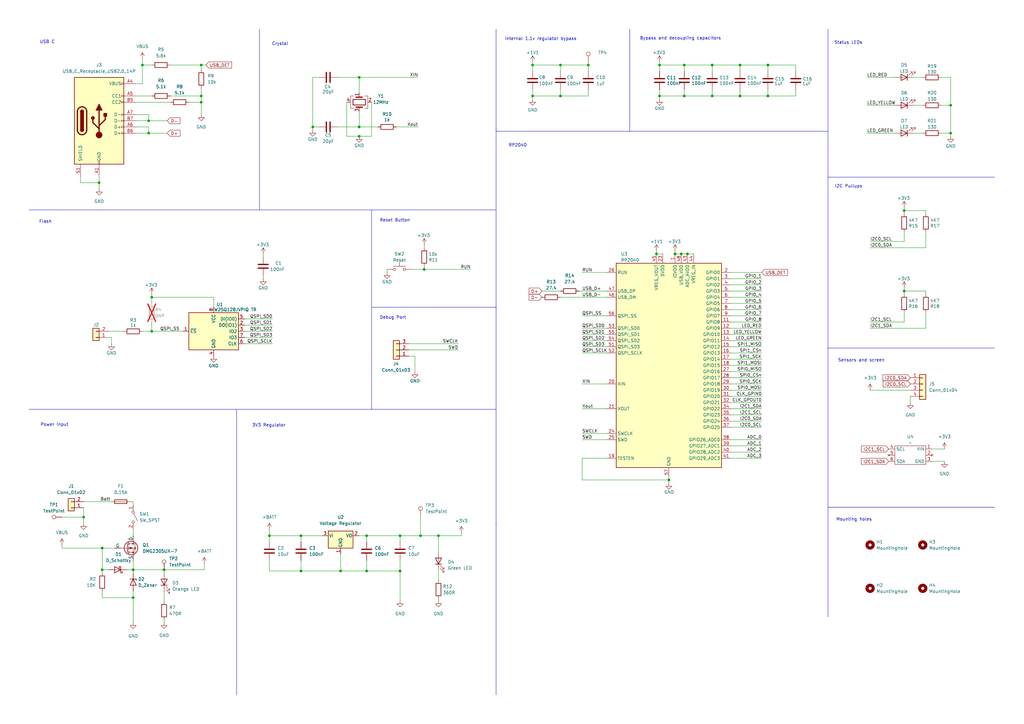
<source format=kicad_sch>
(kicad_sch (version 20231120) (generator "eeschema") (generator_version "8.0")
  (paper "A3")
  (title_block (title "Tutorial Board") (company "UC Aerospace") (comment 1 "Drawn by Grayson Fenemor"))
  (junction (at 172.466 219.71))
  (junction (at 270.51 39.37))
  (junction (at 274.32 196.85))
  (junction (at 241.3 26.67))
  (junction (at 110.49 219.71))
  (junction (at 123.444 219.71))
  (junction (at 54.61 233.68))
  (junction (at 218.44 26.67))
  (junction (at 41.91 233.68))
  (junction (at 229.87 39.37))
  (junction (at 123.444 234.188))
  (junction (at 34.29 212.09))
  (junction (at 370.84 86.36))
  (junction (at 128.27 52.07))
  (junction (at 314.96 39.37))
  (junction (at 164.084 234.188))
  (junction (at 58.42 26.67))
  (junction (at 314.96 26.67))
  (junction (at 292.1 39.37))
  (junction (at 218.44 39.37))
  (junction (at 270.51 26.67))
  (junction (at 292.1 26.67))
  (junction (at 164.084 219.71))
  (junction (at 147.32 52.07))
  (junction (at 280.67 26.67))
  (junction (at 62.23 135.89))
  (junction (at 82.55 39.37))
  (junction (at 41.91 224.79))
  (junction (at 62.23 121.92))
  (junction (at 60.96 49.53))
  (junction (at 54.61 245.11))
  (junction (at 280.67 39.37))
  (junction (at 147.32 31.75))
  (junction (at 303.53 39.37))
  (junction (at 303.53 26.67))
  (junction (at 179.832 219.71))
  (junction (at 147.32 55.88))
  (junction (at 389.89 54.61))
  (junction (at 389.89 43.18))
  (junction (at 82.55 41.91))
  (junction (at 139.7 234.188))
  (junction (at 370.84 119.38))
  (junction (at 173.99 110.49))
  (junction (at 269.24 104.14))
  (junction (at 150.368 219.71))
  (junction (at 82.55 26.67))
  (junction (at 40.64 74.93))
  (junction (at 281.94 104.14))
  (junction (at 279.4 104.14))
  (junction (at 60.96 54.61))
  (junction (at 150.368 234.188))
  (junction (at 229.87 26.67))
  (junction (at 67.31 233.68))
  (junction (at 276.86 104.14))
  (wire (pts (xy 238.76 157.48) (xy 248.92 157.48)))
  (polyline (pts (xy 152.4 86.106) (xy 152.4 167.894)))
  (wire (pts (xy 123.444 234.188) (xy 139.7 234.188)))
  (wire (pts (xy 139.7 234.188) (xy 150.368 234.188)))
  (polyline (pts (xy 11.938 167.894) (xy 152.4 167.894)))
  (wire (pts (xy 229.87 26.67) (xy 229.87 29.21)))
  (wire (pts (xy 299.72 182.88) (xy 312.42 182.88)))
  (wire (pts (xy 299.72 144.78) (xy 312.42 144.78)))
  (polyline (pts (xy 203.454 52.832) (xy 203.454 53.848)))
  (wire (pts (xy 147.32 55.88) (xy 152.4 55.88)))
  (wire (pts (xy 299.72 157.48) (xy 312.42 157.48)))
  (wire (pts (xy 292.1 39.37) (xy 303.53 39.37)))
  (wire (pts (xy 379.73 128.27) (xy 379.73 134.62)))
  (wire (pts (xy 270.51 26.67) (xy 270.51 29.21)))
  (wire (pts (xy 147.32 45.72) (xy 147.32 52.07)))
  (wire (pts (xy 67.31 233.68) (xy 67.31 234.95)))
  (wire (pts (xy 128.27 52.07) (xy 128.27 53.34)))
  (wire (pts (xy 292.1 26.67) (xy 280.67 26.67)))
  (wire (pts (xy 299.72 111.76) (xy 312.42 111.76)))
  (wire (pts (xy 269.24 104.14) (xy 271.78 104.14)))
  (wire (pts (xy 356.87 134.62) (xy 379.73 134.62)))
  (wire (pts (xy 82.55 41.91) (xy 82.55 46.99)))
  (wire (pts (xy 34.29 205.74) (xy 45.72 205.74)))
  (polyline (pts (xy 339.598 72.644) (xy 407.924 72.644)))
  (wire (pts (xy 111.76 130.81) (xy 100.33 130.81)))
  (wire (pts (xy 110.49 229.87) (xy 110.49 234.188)))
  (wire (pts (xy 123.444 219.71) (xy 132.08 219.71)))
  (wire (pts (xy 111.76 133.35) (xy 100.33 133.35)))
  (wire (pts (xy 299.72 162.56) (xy 312.42 162.56)))
  (wire (pts (xy 270.51 25.4) (xy 270.51 26.67)))
  (wire (pts (xy 54.61 219.71) (xy 54.61 217.17)))
  (wire (pts (xy 147.32 219.71) (xy 150.368 219.71)))
  (wire (pts (xy 355.6 43.18) (xy 367.03 43.18)))
  (wire (pts (xy 299.72 185.42) (xy 312.42 185.42)))
  (wire (pts (xy 164.084 222.25) (xy 164.084 219.71)))
  (wire (pts (xy 299.72 137.16) (xy 312.42 137.16)))
  (wire (pts (xy 229.87 26.67) (xy 241.3 26.67)))
  (wire (pts (xy 60.96 49.53) (xy 55.88 49.53)))
  (wire (pts (xy 58.42 34.29) (xy 55.88 34.29)))
  (wire (pts (xy 167.64 143.51) (xy 187.96 143.51)))
  (wire (pts (xy 150.368 219.71) (xy 164.084 219.71)))
  (polyline (pts (xy 203.454 11.938) (xy 203.454 53.086)))
  (wire (pts (xy 52.07 233.68) (xy 54.61 233.68)))
  (wire (pts (xy 374.65 43.18) (xy 378.46 43.18)))
  (wire (pts (xy 314.96 39.37) (xy 326.39 39.37)))
  (wire (pts (xy 299.72 165.1) (xy 312.42 165.1)))
  (wire (pts (xy 128.27 31.75) (xy 128.27 52.07)))
  (wire (pts (xy 158.75 111.76) (xy 158.75 110.49)))
  (wire (pts (xy 299.72 160.02) (xy 312.42 160.02)))
  (wire (pts (xy 54.61 233.68) (xy 67.31 233.68)))
  (wire (pts (xy 33.02 74.93) (xy 40.64 74.93)))
  (polyline (pts (xy 203.454 214.63) (xy 203.454 284.988)))
  (wire (pts (xy 299.72 175.26) (xy 312.42 175.26)))
  (wire (pts (xy 168.91 110.49) (xy 173.99 110.49)))
  (wire (pts (xy 238.76 111.76) (xy 248.92 111.76)))
  (wire (pts (xy 172.466 219.71) (xy 179.832 219.71)))
  (wire (pts (xy 53.34 205.74) (xy 54.61 205.74)))
  (wire (pts (xy 34.29 208.28) (xy 34.29 212.09)))
  (wire (pts (xy 171.45 52.07) (xy 162.56 52.07)))
  (wire (pts (xy 299.72 116.84) (xy 312.42 116.84)))
  (polyline (pts (xy 152.4 167.894) (xy 203.454 167.894)))
  (wire (pts (xy 387.35 189.23) (xy 382.27 189.23)))
  (wire (pts (xy 67.31 242.57) (xy 67.31 246.634)))
  (wire (pts (xy 314.96 36.83) (xy 314.96 39.37)))
  (wire (pts (xy 299.72 142.24) (xy 312.42 142.24)))
  (wire (pts (xy 379.73 86.36) (xy 370.84 86.36)))
  (wire (pts (xy 326.39 36.83) (xy 326.39 39.37)))
  (wire (pts (xy 280.67 26.67) (xy 280.67 29.21)))
  (wire (pts (xy 355.6 31.75) (xy 367.03 31.75)))
  (wire (pts (xy 147.32 52.07) (xy 154.94 52.07)))
  (wire (pts (xy 25.4 224.79) (xy 41.91 224.79)))
  (wire (pts (xy 54.61 245.11) (xy 54.61 255.27)))
  (wire (pts (xy 379.73 86.36) (xy 379.73 87.63)))
  (wire (pts (xy 276.86 104.14) (xy 279.4 104.14)))
  (wire (pts (xy 150.368 222.25) (xy 150.368 219.71)))
  (wire (pts (xy 44.45 135.89) (xy 50.8 135.89)))
  (wire (pts (xy 55.88 46.99) (xy 60.96 46.99)))
  (wire (pts (xy 379.73 119.38) (xy 379.73 120.65)))
  (wire (pts (xy 111.76 135.89) (xy 100.33 135.89)))
  (wire (pts (xy 229.87 36.83) (xy 229.87 39.37)))
  (wire (pts (xy 152.4 41.91) (xy 152.4 55.88)))
  (wire (pts (xy 299.72 134.62) (xy 312.42 134.62)))
  (polyline (pts (xy 258.318 11.938) (xy 258.318 53.848)))
  (wire (pts (xy 274.32 198.12) (xy 274.32 196.85)))
  (wire (pts (xy 218.44 36.83) (xy 218.44 39.37)))
  (polyline (pts (xy 339.598 53.848) (xy 203.454 53.848)))
  (wire (pts (xy 299.72 152.4) (xy 312.42 152.4)))
  (wire (pts (xy 280.67 39.37) (xy 292.1 39.37)))
  (wire (pts (xy 54.61 229.87) (xy 54.61 233.68)))
  (wire (pts (xy 229.87 39.37) (xy 241.3 39.37)))
  (wire (pts (xy 303.53 36.83) (xy 303.53 39.37)))
  (wire (pts (xy 128.27 31.75) (xy 130.81 31.75)))
  (polyline (pts (xy 339.598 11.938) (xy 339.598 252.984)))
  (wire (pts (xy 386.08 54.61) (xy 389.89 54.61)))
  (wire (pts (xy 58.42 24.13) (xy 58.42 26.67)))
  (polyline (pts (xy 106.426 11.938) (xy 106.426 86.106)))
  (polyline (pts (xy 203.454 125.984) (xy 203.454 126.238)))
  (wire (pts (xy 87.63 125.73) (xy 87.63 121.92)))
  (wire (pts (xy 62.23 121.92) (xy 87.63 121.92)))
  (wire (pts (xy 128.27 52.07) (xy 130.81 52.07)))
  (wire (pts (xy 238.76 139.7) (xy 248.92 139.7)))
  (wire (pts (xy 356.87 160.02) (xy 373.38 160.02)))
  (wire (pts (xy 389.89 31.75) (xy 389.89 43.18)))
  (wire (pts (xy 241.3 26.67) (xy 241.3 29.21)))
  (wire (pts (xy 241.3 39.37) (xy 241.3 36.83)))
  (wire (pts (xy 173.99 110.49) (xy 193.04 110.49)))
  (wire (pts (xy 83.82 233.68) (xy 83.82 231.14)))
  (wire (pts (xy 46.99 224.79) (xy 41.91 224.79)))
  (wire (pts (xy 58.42 135.89) (xy 62.23 135.89)))
  (wire (pts (xy 281.94 104.14) (xy 284.48 104.14)))
  (wire (pts (xy 218.44 26.67) (xy 218.44 29.21)))
  (wire (pts (xy 60.96 49.53) (xy 68.58 49.53)))
  (wire (pts (xy 82.55 36.195) (xy 82.55 39.37)))
  (wire (pts (xy 111.76 138.43) (xy 100.33 138.43)))
  (wire (pts (xy 238.76 167.64) (xy 248.92 167.64)))
  (wire (pts (xy 299.72 149.86) (xy 312.42 149.86)))
  (wire (pts (xy 77.47 41.91) (xy 82.55 41.91)))
  (wire (pts (xy 60.96 46.99) (xy 60.96 49.53)))
  (wire (pts (xy 280.67 36.83) (xy 280.67 39.37)))
  (wire (pts (xy 326.39 26.67) (xy 326.39 29.21)))
  (wire (pts (xy 370.84 86.36) (xy 370.84 87.63)))
  (wire (pts (xy 379.73 95.25) (xy 379.73 101.6)))
  (wire (pts (xy 370.84 85.09) (xy 370.84 86.36)))
  (wire (pts (xy 41.91 234.95) (xy 41.91 233.68)))
  (wire (pts (xy 218.44 39.37) (xy 229.87 39.37)))
  (wire (pts (xy 164.084 219.71) (xy 172.466 219.71)))
  (wire (pts (xy 299.72 172.72) (xy 312.42 172.72)))
  (wire (pts (xy 238.76 142.24) (xy 248.92 142.24)))
  (wire (pts (xy 241.3 25.4) (xy 241.3 26.67)))
  (wire (pts (xy 238.76 177.8) (xy 248.92 177.8)))
  (wire (pts (xy 270.51 26.67) (xy 280.67 26.67)))
  (wire (pts (xy 147.32 31.75) (xy 147.32 38.1)))
  (wire (pts (xy 238.76 187.96) (xy 248.92 187.96)))
  (wire (pts (xy 150.368 234.188) (xy 164.084 234.188)))
  (wire (pts (xy 123.444 222.25) (xy 123.444 219.71)))
  (wire (pts (xy 25.4 223.52) (xy 25.4 224.79)))
  (wire (pts (xy 147.32 31.75) (xy 171.45 31.75)))
  (wire (pts (xy 179.832 219.71) (xy 189.23 219.71)))
  (wire (pts (xy 167.64 140.97) (xy 187.96 140.97)))
  (wire (pts (xy 299.72 124.46) (xy 312.42 124.46)))
  (wire (pts (xy 303.53 26.67) (xy 303.53 29.21)))
  (wire (pts (xy 237.49 119.38) (xy 248.92 119.38)))
  (wire (pts (xy 276.86 102.87) (xy 276.86 104.14)))
  (wire (pts (xy 274.32 196.85) (xy 274.32 195.58)))
  (wire (pts (xy 69.85 26.67) (xy 82.55 26.67)))
  (wire (pts (xy 142.24 41.91) (xy 142.24 55.88)))
  (wire (pts (xy 60.96 54.61) (xy 68.58 54.61)))
  (polyline (pts (xy 11.938 86.106) (xy 203.454 86.106)))
  (wire (pts (xy 299.72 132.08) (xy 312.42 132.08)))
  (wire (pts (xy 238.76 134.62) (xy 248.92 134.62)))
  (wire (pts (xy 173.99 100.33) (xy 173.99 101.6)))
  (polyline (pts (xy 339.598 142.748) (xy 407.924 142.748)))
  (wire (pts (xy 299.72 180.34) (xy 312.42 180.34)))
  (wire (pts (xy 34.29 212.09) (xy 34.29 214.63)))
  (wire (pts (xy 229.87 121.92) (xy 248.92 121.92)))
  (wire (pts (xy 218.44 25.4) (xy 218.44 26.67)))
  (wire (pts (xy 222.25 119.38) (xy 229.87 119.38)))
  (wire (pts (xy 218.44 40.64) (xy 218.44 39.37)))
  (wire (pts (xy 33.02 72.39) (xy 33.02 74.93)))
  (wire (pts (xy 82.55 26.67) (xy 82.55 28.575)))
  (wire (pts (xy 107.95 114.3) (xy 107.95 113.03)))
  (wire (pts (xy 382.27 184.15) (xy 387.35 184.15)))
  (wire (pts (xy 54.61 233.68) (xy 54.61 234.95)))
  (wire (pts (xy 355.6 54.61) (xy 367.03 54.61)))
  (polyline (pts (xy 152.4 125.984) (xy 203.454 125.984)))
  (wire (pts (xy 54.61 205.74) (xy 54.61 207.01)))
  (wire (pts (xy 299.72 114.3) (xy 312.42 114.3)))
  (wire (pts (xy 41.91 242.57) (xy 41.91 245.11)))
  (wire (pts (xy 299.72 119.38) (xy 312.42 119.38)))
  (wire (pts (xy 269.24 102.87) (xy 269.24 104.14)))
  (wire (pts (xy 150.368 229.87) (xy 150.368 234.188)))
  (wire (pts (xy 55.88 41.91) (xy 69.85 41.91)))
  (wire (pts (xy 107.95 104.14) (xy 107.95 105.41)))
  (wire (pts (xy 238.76 187.96) (xy 238.76 196.85)))
  (wire (pts (xy 292.1 26.67) (xy 292.1 29.21)))
  (wire (pts (xy 314.96 26.67) (xy 314.96 29.21)))
  (wire (pts (xy 373.38 165.1) (xy 373.38 162.56)))
  (wire (pts (xy 172.466 211.836) (xy 172.466 219.71)))
  (wire (pts (xy 326.39 26.67) (xy 314.96 26.67)))
  (wire (pts (xy 41.91 245.11) (xy 54.61 245.11)))
  (wire (pts (xy 370.84 95.25) (xy 370.84 99.06)))
  (wire (pts (xy 179.832 219.71) (xy 179.832 226.314)))
  (wire (pts (xy 238.76 196.85) (xy 274.32 196.85)))
  (wire (pts (xy 170.18 146.05) (xy 170.18 152.4)))
  (wire (pts (xy 139.7 227.33) (xy 139.7 234.188)))
  (wire (pts (xy 299.72 121.92) (xy 312.42 121.92)))
  (wire (pts (xy 303.53 26.67) (xy 292.1 26.67)))
  (wire (pts (xy 58.42 26.67) (xy 62.23 26.67)))
  (wire (pts (xy 314.96 26.67) (xy 303.53 26.67)))
  (wire (pts (xy 299.72 139.7) (xy 312.42 139.7)))
  (wire (pts (xy 292.1 36.83) (xy 292.1 39.37)))
  (wire (pts (xy 374.65 54.61) (xy 378.46 54.61)))
  (wire (pts (xy 44.45 138.43) (xy 45.72 138.43)))
  (wire (pts (xy 60.96 54.61) (xy 55.88 54.61)))
  (wire (pts (xy 238.76 129.54) (xy 248.92 129.54)))
  (wire (pts (xy 389.89 31.75) (xy 386.08 31.75)))
  (wire (pts (xy 173.99 109.22) (xy 173.99 110.49)))
  (wire (pts (xy 179.832 245.618) (xy 179.832 246.38)))
  (wire (pts (xy 238.76 144.78) (xy 248.92 144.78)))
  (wire (pts (xy 299.72 127) (xy 312.42 127)))
  (polyline (pts (xy 203.454 53.848) (xy 203.454 214.884)))
  (wire (pts (xy 270.51 39.37) (xy 270.51 36.83)))
  (wire (pts (xy 179.832 233.934) (xy 179.832 237.998)))
  (wire (pts (xy 58.42 26.67) (xy 58.42 34.29)))
  (wire (pts (xy 41.91 224.79) (xy 41.91 233.68)))
  (wire (pts (xy 111.76 140.97) (xy 100.33 140.97)))
  (wire (pts (xy 389.89 43.18) (xy 389.89 54.61)))
  (wire (pts (xy 62.23 120.65) (xy 62.23 121.92)))
  (wire (pts (xy 110.49 219.71) (xy 123.444 219.71)))
  (wire (pts (xy 379.73 119.38) (xy 370.84 119.38)))
  (wire (pts (xy 110.49 234.188) (xy 123.444 234.188)))
  (wire (pts (xy 40.64 72.39) (xy 40.64 74.93)))
  (wire (pts (xy 60.96 52.07) (xy 60.96 54.61)))
  (wire (pts (xy 67.31 254.254) (xy 67.31 255.27)))
  (wire (pts (xy 138.43 31.75) (xy 147.32 31.75)))
  (wire (pts (xy 279.4 104.14) (xy 281.94 104.14)))
  (wire (pts (xy 238.76 180.34) (xy 248.92 180.34)))
  (wire (pts (xy 299.72 170.18) (xy 312.42 170.18)))
  (wire (pts (xy 69.85 39.37) (xy 82.55 39.37)))
  (wire (pts (xy 54.61 242.57) (xy 54.61 245.11)))
  (wire (pts (xy 386.08 43.18) (xy 389.89 43.18)))
  (wire (pts (xy 370.84 118.11) (xy 370.84 119.38)))
  (wire (pts (xy 370.84 132.08) (xy 370.84 128.27)))
  (wire (pts (xy 299.72 167.64) (xy 312.42 167.64)))
  (wire (pts (xy 164.084 229.87) (xy 164.084 234.188)))
  (wire (pts (xy 270.51 40.64) (xy 270.51 39.37)))
  (wire (pts (xy 142.24 55.88) (xy 147.32 55.88)))
  (wire (pts (xy 170.18 146.05) (xy 167.64 146.05)))
  (polyline (pts (xy 339.598 208.026) (xy 407.924 208.026)))
  (wire (pts (xy 189.23 219.71) (xy 189.23 218.44)))
  (wire (pts (xy 82.55 39.37) (xy 82.55 41.91)))
  (wire (pts (xy 110.49 217.17) (xy 110.49 219.71)))
  (wire (pts (xy 299.72 154.94) (xy 312.42 154.94)))
  (wire (pts (xy 62.23 121.92) (xy 62.23 124.46)))
  (wire (pts (xy 229.87 26.67) (xy 218.44 26.67)))
  (wire (pts (xy 370.84 132.08) (xy 356.87 132.08)))
  (wire (pts (xy 62.23 132.08) (xy 62.23 135.89)))
  (wire (pts (xy 44.45 233.68) (xy 41.91 233.68)))
  (wire (pts (xy 62.23 135.89) (xy 74.93 135.89)))
  (wire (pts (xy 303.53 39.37) (xy 314.96 39.37)))
  (wire (pts (xy 299.72 129.54) (xy 312.42 129.54)))
  (wire (pts (xy 374.65 31.75) (xy 378.46 31.75)))
  (wire (pts (xy 40.64 74.93) (xy 40.64 77.47)))
  (wire (pts (xy 25.4 212.09) (xy 34.29 212.09)))
  (wire (pts (xy 110.49 219.71) (xy 110.49 222.25)))
  (wire (pts (xy 164.084 234.188) (xy 164.084 246.38)))
  (wire (pts (xy 389.89 55.88) (xy 389.89 54.61)))
  (wire (pts (xy 82.55 26.67) (xy 84.455 26.67)))
  (polyline (pts (xy 97.028 167.894) (xy 97.028 284.988)))
  (wire (pts (xy 370.84 99.06) (xy 356.87 99.06)))
  (wire (pts (xy 299.72 187.96) (xy 312.42 187.96)))
  (wire (pts (xy 67.31 233.68) (xy 83.82 233.68)))
  (wire (pts (xy 356.87 101.6) (xy 379.73 101.6)))
  (wire (pts (xy 138.43 52.07) (xy 147.32 52.07)))
  (wire (pts (xy 238.76 137.16) (xy 248.92 137.16)))
  (wire (pts (xy 299.72 147.32) (xy 312.42 147.32)))
  (wire (pts (xy 55.88 52.07) (xy 60.96 52.07)))
  (wire (pts (xy 55.88 39.37) (xy 62.23 39.37)))
  (wire (pts (xy 45.72 138.43) (xy 45.72 140.97)))
  (wire (pts (xy 123.444 229.87) (xy 123.444 234.188)))
  (wire (pts (xy 370.84 119.38) (xy 370.84 120.65)))
  (wire (pts (xy 270.51 39.37) (xy 280.67 39.37)))
  (text "Sensors and screen" (at 343.662 148.59 0) (effects (font (size 1.27 1.27)) (justify left bottom)))
  (text "Debug Port" (at 155.702 131.064 0) (effects (font (size 1.27 1.27)) (justify left bottom)))
  (text "Mounting holes" (at 342.9 213.868 0) (effects (font (size 1.27 1.27)) (justify left bottom)))
  (text "Power Input" (at 16.51 175.006 0) (effects (font (size 1.27 1.27)) (justify left bottom)))
  (text "Crystal" (at 111.506 18.796 0) (effects (font (size 1.27 1.27)) (justify left bottom)))
  (text "I2C Pullups" (at 342.392 77.216 0) (effects (font (size 1.27 1.27)) (justify left bottom)))
  (text "Internal 1.1v regulator bypass" (at 207.01 16.764 0) (effects (font (size 1.27 1.27)) (justify left bottom)))
  (text "RP2040" (at 208.534 60.452 0) (effects (font (size 1.27 1.27)) (justify left bottom)))
  (text "3V3 Regulator" (at 103.378 175.26 0) (effects (font (size 1.27 1.27)) (justify left bottom)))
  (text "Flash" (at 16.002 91.694 0) (effects (font (size 1.27 1.27)) (justify left bottom)))
  (text "USB C" (at 16.256 18.034 0) (effects (font (size 1.27 1.27)) (justify left bottom)))
  (text "Status LEDs" (at 342.138 18.288 0) (effects (font (size 1.27 1.27)) (justify left bottom)))
  (text "Reset Button" (at 155.702 91.186 0) (effects (font (size 1.27 1.27)) (justify left bottom)))
  (text "Bypass and decoupling capacitors" (at 262.382 16.51 0) (effects (font (size 1.27 1.27)) (justify left bottom)))
  (label "ADC_2" (at 312.42 185.42 180))
  (label "SPI1_CSn" (at 312.42 144.78 180))
  (label "QSPI_SD0" (at 111.76 130.81 180))
  (label "GPIO_5" (at 312.42 124.46 180))
  (label "SWD" (at 238.76 180.34 0))
  (label "LED_RED" (at 312.42 134.62 180))
  (label "ADC_1" (at 312.42 182.88 180))
  (label "RUN" (at 238.76 111.76 0))
  (label "SWCLK" (at 187.96 140.97 180))
  (label "QSPI_SD3" (at 111.76 138.43 180))
  (label "QSPI_SD2" (at 238.76 139.7 0))
  (label "LED_YELLOW" (at 355.6 43.18 0))
  (label "GPIO_4" (at 312.42 121.92 180))
  (label "Batt" (at 41.148 205.74 0))
  (label "USB_D+" (at 238.76 119.38 0))
  (label "QSPI_SS" (at 238.76 129.54 0))
  (label "I2C0_SDA" (at 356.87 101.6 0))
  (label "GPIO_1" (at 312.42 114.3 180))
  (label "SWD" (at 187.96 143.51 180))
  (label "ADC_3" (at 312.42 187.96 180))
  (label "I2C1_SCL" (at 356.87 132.08 0))
  (label "I2C1_SCL" (at 312.42 170.18 180))
  (label "QSPI_SCLK" (at 111.76 140.97 180))
  (label "GPIO_7" (at 312.42 129.54 180))
  (label "QSPI_SCLK" (at 238.76 144.78 0))
  (label "LED_YELLOW" (at 312.42 137.16 180))
  (label "QSPI_SD1" (at 111.76 133.35 180))
  (label "I2C1_SDA" (at 312.42 167.64 180))
  (label "SWCLK" (at 238.76 177.8 0))
  (label "Xout" (at 238.76 167.64 0))
  (label "LED_GREEN" (at 355.6 54.61 0))
  (label "QSPI_SD2" (at 111.76 135.89 180))
  (label "I2C0_SCL" (at 356.87 99.06 0))
  (label "XIN" (at 238.76 157.48 0))
  (label "XIN" (at 171.45 31.75 180))
  (label "SPI1_SCK" (at 312.42 147.32 180))
  (label "SPI0_SCK" (at 312.42 157.48 180))
  (label "QSPI_SD1" (at 238.76 137.16 0))
  (label "I2C0_SDA" (at 312.42 172.72 180))
  (label "GPIO_3" (at 312.42 119.38 180))
  (label "I2C0_SCL" (at 312.42 175.26 180))
  (label "Xout" (at 171.45 52.07 180))
  (label "SPI0_MOSI" (at 312.42 160.02 180))
  (label "USB_D-" (at 238.76 121.92 0))
  (label "LED_RED" (at 355.6 31.75 0))
  (label "QSPI_SD0" (at 238.76 134.62 0))
  (label "SPI1_MISO" (at 312.42 142.24 180))
  (label "GPIO_2" (at 312.42 116.84 180))
  (label "GPIO_8" (at 312.42 132.08 180))
  (label "SPI0_CSn" (at 312.42 154.94 180))
  (label "CLK_GPOUT0" (at 312.42 165.1 180))
  (label "CLK_GPIN0" (at 312.42 162.56 180))
  (label "SPI1_MOSI" (at 312.42 149.86 180))
  (label "I2C1_SDA" (at 356.87 134.62 0))
  (label "QSPI_SS" (at 73.66 135.89 180))
  (label "LED_GREEN" (at 312.42 139.7 180))
  (label "RUN" (at 193.04 110.49 180))
  (label "ADC_0" (at 312.42 180.34 180))
  (label "QSPI_SD3" (at 238.76 142.24 0))
  (label "SPI0_MISO" (at 312.42 152.4 180))
  (label "GPIO_6" (at 312.42 127 180))
  (global_label "USB_DET" (shape input) (at 84.455 26.67 0) (property "Intersheetrefs" "${INTERSHEET_REFS}" (effects (hide yes))))
  (global_label "D-" (shape input) (at 222.25 121.92 180) (property "Intersheetrefs" "${INTERSHEET_REFS}" (effects (hide yes))))
  (global_label "D-" (shape input) (at 68.58 49.53 0) (property "Intersheetrefs" "${INTERSHEET_REFS}" (effects (hide yes))))
  (global_label "I2C1_SCL" (shape input) (at 364.49 184.15 180) (property "Intersheetrefs" "${INTERSHEET_REFS}" (effects (hide yes))))
  (global_label "USB_DET" (shape input) (at 312.42 111.76 0) (property "Intersheetrefs" "${INTERSHEET_REFS}" (effects (hide yes))))
  (global_label "D+" (shape input) (at 68.58 54.61 0) (property "Intersheetrefs" "${INTERSHEET_REFS}" (effects (hide yes))))
  (global_label "I2C0_SDA" (shape input) (at 373.38 154.94 180) (property "Intersheetrefs" "${INTERSHEET_REFS}" (effects (hide yes))))
  (global_label "I2C1_SDA" (shape input) (at 364.49 189.23 180) (property "Intersheetrefs" "${INTERSHEET_REFS}" (effects (hide yes))))
  (global_label "D+" (shape input) (at 222.25 119.38 180) (property "Intersheetrefs" "${INTERSHEET_REFS}" (effects (hide yes))))
  (global_label "I2C0_SCL" (shape input) (at 373.38 157.48 180) (property "Intersheetrefs" "${INTERSHEET_REFS}" (effects (hide yes))))
  (symbol (lib_id "Device:LED") (at 370.84 54.61 180) (unit 1)
    (property "Reference" "D7" (at 370.84 49.53 0))
    (property "Value" "LED" (at 370.84 52.07 0))
    (property "Footprint" "LED_SMD:LED_0402_1005Metric_Pad0.77x0.64mm_HandSolder" (effects (hide yes)))
    (property "Datasheet" "https://www.we-online.com/components/products/datasheet/150040VS73240.pdf" (effects (hide yes)))
    (property "MPN" "150040VS73240" (effects (hide yes)))
  )
  (symbol (lib_id "power:GND") (at 179.832 246.38 0) (mirror y) (unit 1)
    (property "Reference" "#PWR021" (effects (hide yes)))
    (property "Value" "GND" (at 179.832 251.714 0))
  )
  (symbol (lib_id "Mechanical:MountingHole") (at 356.87 223.52 0) (unit 1)
    (property "Reference" "H1" (at 359.41 222.2499 0) (effects (justify left)))
    (property "Value" "MountingHole" (at 359.41 224.7899 0) (effects (justify left)))
    (property "Footprint" "MountingHole:MountingHole_3.2mm_M3" (effects (hide yes)))
    (property "Description" "Mounting Hole without connection" (effects (hide yes)))
  )
  (symbol (lib_id "power:+BATT") (at 110.49 217.17 0) (unit 1)
    (property "Reference" "#PWR014" (effects (hide yes)))
    (property "Value" "+BATT" (at 110.49 212.09 0))
    (property "Description" "Power symbol creates a global label with name \"+BATT\"" (effects (hide yes)))
  )
  (symbol (lib_id "Device:R") (at 54.61 135.89 90) (unit 1)
    (property "Reference" "R3" (at 54.61 131.318 90))
    (property "Value" "1k" (at 54.61 133.35 90))
    (property "Footprint" "Resistor_SMD:R_0805_2012Metric_Pad1.20x1.40mm_HandSolder" (effects (hide yes)))
    (property "Datasheet" "https://www.seielect.com/Catalog/SEI-RMCF_RMCP.pdf" (effects (hide yes)))
    (property "MPN" "RMCF0603FT1K00" (effects (hide yes)))
  )
  (symbol (lib_id "Power_Symbols:+3V3_A") (at 276.86 102.87 0) (unit 1)
    (property "Reference" "#PWR029" (effects (hide yes)))
    (property "Value" "+3V3" (at 276.606 99.06 0))
  )
  (symbol (lib_id "Connector_Generic:Conn_01x03") (at 162.56 143.51 180) (unit 1)
    (property "Reference" "J4" (at 162.433 149.225 0))
    (property "Value" "Conn_01x03" (at 162.433 151.765 0))
    (property "Footprint" "Connector_PinSocket_2.54mm:PinSocket_1x03_P2.54mm_Vertical" (effects (hide yes)))
  )
  (symbol (lib_id "Device:LED") (at 370.84 43.18 180) (unit 1)
    (property "Reference" "D6" (at 370.84 38.1 0))
    (property "Value" "LED" (at 370.84 40.64 0))
    (property "Footprint" "LED_SMD:LED_0402_1005Metric_Pad0.77x0.64mm_HandSolder" (effects (hide yes)))
    (property "Datasheet" "https://www.we-online.com/components/products/datasheet/150040YS73240.pdf" (effects (hide yes)))
    (property "MPN" "150040YS73240" (effects (hide yes)))
  )
  (symbol (lib_id "Power_Symbols:+3V3_A") (at 62.23 120.65 0) (unit 1)
    (property "Reference" "#PWR07" (effects (hide yes)))
    (property "Value" "+3V3" (at 61.976 116.84 0))
  )
  (symbol (lib_id "Device:C") (at 107.95 109.22 180) (unit 1)
    (property "Reference" "C1" (at 115.57 107.95 0) (effects (justify left)))
    (property "Value" "100nF" (at 116.84 110.49 0) (effects (justify left)))
    (property "Footprint" "Capacitor_SMD:C_0805_2012Metric_Pad1.18x1.45mm_HandSolder" (effects (hide yes)))
    (property "Datasheet" "https://media.digikey.com/pdf/Data%20Sheets/Samsung%20PDFs/CL10B104KB8NNWC_Spec.pdf" (effects (hide yes)))
    (property "MPN" "CL10B104KB8NNWC" (effects (hide yes)))
  )
  (symbol (lib_id "Connector_Generic:Conn_01x02") (at 39.37 138.43 180) (unit 1)
    (property "Reference" "J2" (at 39.4208 133.1976 0))
    (property "Value" "Conn_01x02" (effects (hide yes)))
    (property "Footprint" "Connector_PinSocket_2.54mm:PinSocket_1x02_P2.54mm_Vertical" (effects (hide yes)))
  )
  (symbol (lib_id "Device:R") (at 382.27 31.75 90) (unit 1)
    (property "Reference" "R19" (at 382.27 27.178 90))
    (property "Value" "130" (at 382.27 29.464 90))
    (property "Footprint" "Resistor_SMD:R_0805_2012Metric_Pad1.20x1.40mm_HandSolder" (effects (hide yes)))
    (property "Datasheet" "https://www.yageo.com/upload/media/product/productsearch/datasheet/rchip/PYu-RC_Group_51_RoHS_L_12.pdf" (effects (hide yes)))
    (property "MPN" "RC0603FR-07130RL" (effects (hide yes)))
  )
  (symbol (lib_id "Mechanical:MountingHole") (at 378.46 223.52 0) (unit 1)
    (property "Reference" "H3" (at 381 222.2499 0) (effects (justify left)))
    (property "Value" "MountingHole" (at 381 224.7899 0) (effects (justify left)))
    (property "Footprint" "MountingHole:MountingHole_3.2mm_M3" (effects (hide yes)))
    (property "Description" "Mounting Hole without connection" (effects (hide yes)))
  )
  (symbol (lib_name "GND_1") (lib_id "power:GND") (at 147.32 55.88 0) (unit 1)
    (property "Reference" "#PWR016" (effects (hide yes)))
    (property "Value" "GND" (at 147.32 59.69 0))
  )
  (symbol (lib_id "Device:R") (at 41.91 238.76 0) (mirror y) (unit 1)
    (property "Reference" "R2" (at 39.37 237.4899 0) (effects (justify left)))
    (property "Value" "10K" (at 39.37 240.0299 0) (effects (justify left)))
    (property "Footprint" "Resistor_SMD:R_0805_2012Metric_Pad1.20x1.40mm_HandSolder" (effects (hide yes)))
    (property "Description" "Resistor" (effects (hide yes)))
  )
  (symbol (lib_id "Device:R") (at 370.84 91.44 0) (mirror x) (unit 1)
    (property "Reference" "R15" (at 372.618 92.6084 0) (effects (justify left)))
    (property "Value" "4K7" (at 372.618 90.297 0) (effects (justify left)))
    (property "Footprint" "Resistor_SMD:R_0805_2012Metric_Pad1.20x1.40mm_HandSolder" (effects (hide yes)))
    (property "Datasheet" "https://www.seielect.com/Catalog/SEI-RMCF_RMCP.pdf" (effects (hide yes)))
    (property "MPN" "RC0603FR-074K7L" (effects (hide yes)))
  )
  (symbol (lib_id "power:+1V1") (at 218.44 25.4 0) (unit 1)
    (property "Reference" "#PWR023" (effects (hide yes)))
    (property "Value" "+1V1" (at 218.44 21.59 0))
  )
  (symbol (lib_id "Device:LED") (at 179.832 230.124 90) (unit 1)
    (property "Reference" "D4" (at 183.642 230.4414 90) (effects (justify right)))
    (property "Value" "Green LED" (at 183.642 232.9814 90) (effects (justify right)))
    (property "Footprint" "LED_SMD:LED_0603_1608Metric" (effects (hide yes)))
    (property "Datasheet" "https://media.digikey.com/pdf/Data%20Sheets/Harvatek%20PDFs/B1931NG--20D001114U1930.pdf" (effects (hide yes)))
    (property "MPN" "B1931NG--20D001114U1930" (effects (hide yes)))
  )
  (symbol (lib_id "power:VBUS") (at 58.42 24.13 0) (unit 1)
    (property "Reference" "#PWR06" (effects (hide yes)))
    (property "Value" "VBUS" (at 58.42 19.05 0))
    (property "Description" "Power symbol creates a global label with name \"VBUS\"" (effects (hide yes)))
  )
  (symbol (lib_id "power:GND") (at 274.32 198.12 0) (unit 1)
    (property "Reference" "#PWR028" (effects (hide yes)))
    (property "Value" "GND" (at 274.447 201.803 0))
  )
  (symbol (lib_id "power:GND") (at 164.084 246.38 0) (unit 1)
    (property "Reference" "#PWR018" (effects (hide yes)))
    (property "Value" "GND" (at 164.084 251.714 0))
  )
  (symbol (lib_id "Device:LED") (at 67.31 238.76 90) (unit 1)
    (property "Reference" "D3" (at 70.612 239.0774 90) (effects (justify right)))
    (property "Value" "Orange LED" (at 70.612 241.6174 90) (effects (justify right)))
    (property "Footprint" "LED_SMD:LED_0603_1608Metric" (effects (hide yes)))
    (property "Datasheet" "https://media.digikey.com/pdf/Data%20Sheets/Harvatek%20PDFs/B1911UD--20D001014U1930.pdf" (effects (hide yes)))
    (property "MPN" "B1911UD--20D001014U1930" (effects (hide yes)))
  )
  (symbol (lib_id "Device:R") (at 382.27 43.18 90) (unit 1)
    (property "Reference" "R20" (at 382.27 38.1 90))
    (property "Value" "130" (at 382.27 40.64 90))
    (property "Footprint" "Resistor_SMD:R_0805_2012Metric_Pad1.20x1.40mm_HandSolder" (effects (hide yes)))
    (property "Datasheet" "https://www.yageo.com/upload/media/product/productsearch/datasheet/rchip/PYu-RC_Group_51_RoHS_L_12.pdf" (effects (hide yes)))
    (property "MPN" "RC0603FR-07130RL" (effects (hide yes)))
  )
  (symbol (lib_id "power:+1V1") (at 269.24 102.87 0) (unit 1)
    (property "Reference" "#PWR025" (effects (hide yes)))
    (property "Value" "+1V1" (at 269.24 99.06 0))
  )
  (symbol (lib_id "Device:R") (at 379.73 91.44 0) (mirror x) (unit 1)
    (property "Reference" "R17" (at 381.508 92.6084 0) (effects (justify left)))
    (property "Value" "4K7" (at 381.508 90.297 0) (effects (justify left)))
    (property "Footprint" "Resistor_SMD:R_0805_2012Metric_Pad1.20x1.40mm_HandSolder" (effects (hide yes)))
    (property "Datasheet" "https://www.seielect.com/Catalog/SEI-RMCF_RMCP.pdf" (effects (hide yes)))
    (property "MPN" "RC0603FR-074K7L" (effects (hide yes)))
  )
  (symbol (lib_id "Mechanical:MountingHole") (at 378.46 241.3 0) (unit 1)
    (property "Reference" "H4" (at 381 240.0299 0) (effects (justify left)))
    (property "Value" "MountingHole" (at 381 242.5699 0) (effects (justify left)))
    (property "Footprint" "MountingHole:MountingHole_3.2mm_M3" (effects (hide yes)))
    (property "Description" "Mounting Hole without connection" (effects (hide yes)))
  )
  (symbol (lib_id "Mechanical:MountingHole") (at 356.87 241.3 0) (unit 1)
    (property "Reference" "H2" (at 359.41 240.0299 0) (effects (justify left)))
    (property "Value" "MountingHole" (at 359.41 242.5699 0) (effects (justify left)))
    (property "Footprint" "MountingHole:MountingHole_3.2mm_M3" (effects (hide yes)))
    (property "Description" "Mounting Hole without connection" (effects (hide yes)))
  )
  (symbol (lib_id "Device:R") (at 67.31 250.444 0) (unit 1)
    (property "Reference" "R7" (at 69.342 249.1739 0) (effects (justify left)))
    (property "Value" "470R" (at 69.342 251.7139 0) (effects (justify left)))
    (property "Footprint" "Resistor_SMD:R_0805_2012Metric_Pad1.20x1.40mm_HandSolder" (effects (hide yes)))
    (property "Datasheet" "https://www.yageo.com/upload/media/product/productsearch/datasheet/rchip/PYu-RC_Group_51_RoHS_L_12.pdf" (effects (hide yes)))
    (property "MPN" "RC0805JR-07360RL" (effects (hide yes)))
  )
  (symbol (lib_id "power:+BATT") (at 83.82 231.14 0) (unit 1)
    (property "Reference" "#PWR010" (effects (hide yes)))
    (property "Value" "+BATT" (at 83.82 226.06 0))
    (property "Description" "Power symbol creates a global label with name \"+BATT\"" (effects (hide yes)))
  )
  (symbol (lib_id "Device:R") (at 158.75 52.07 270) (unit 1)
    (property "Reference" "R10" (at 158.75 46.8122 90))
    (property "Value" "1k" (at 158.75 49.1236 90))
    (property "Footprint" "Resistor_SMD:R_0805_2012Metric_Pad1.20x1.40mm_HandSolder" (effects (hide yes)))
    (property "Datasheet" "https://www.seielect.com/Catalog/SEI-RMCF_RMCP.pdf" (effects (hide yes)))
    (property "MPN" "RMCF0603FT1K00" (effects (hide yes)))
  )
  (symbol (lib_id "Device:R") (at 233.68 119.38 90) (unit 1)
    (property "Reference" "R14" (at 233.68 113.03 90))
    (property "Value" "27.4" (at 233.68 115.57 90))
    (property "Footprint" "Resistor_SMD:R_0805_2012Metric_Pad1.20x1.40mm_HandSolder" (effects (hide yes)))
  )
  (symbol (lib_id "Device:R") (at 370.84 124.46 0) (mirror x) (unit 1)
    (property "Reference" "R16" (at 372.618 125.6284 0) (effects (justify left)))
    (property "Value" "4K7" (at 372.618 123.317 0) (effects (justify left)))
    (property "Footprint" "Resistor_SMD:R_0805_2012Metric_Pad1.20x1.40mm_HandSolder" (effects (hide yes)))
    (property "Datasheet" "https://www.seielect.com/Catalog/SEI-RMCF_RMCP.pdf" (effects (hide yes)))
    (property "MPN" "RC0603FR-074K7L" (effects (hide yes)))
  )
  (symbol (lib_id "Device:C") (at 134.62 52.07 270) (unit 1)
    (property "Reference" "C5" (at 134.62 55.372 90))
    (property "Value" "20pF" (at 134.6454 57.9882 90))
    (property "Footprint" "Capacitor_SMD:C_0805_2012Metric_Pad1.18x1.45mm_HandSolder" (effects (hide yes)))
    (property "Datasheet" "http://www.passivecomponent.com/wp-content/uploads/datasheet/WTC_MLCC_General_Purpose.pdf" (effects (hide yes)))
    (property "MPN" "0603N270J500CT" (effects (hide yes)))
  )
  (symbol (lib_id "Device:C") (at 270.51 33.02 0) (unit 1)
    (property "Reference" "C11" (at 273.431 31.8516 0) (effects (justify left)))
    (property "Value" "100nF" (at 273.431 34.163 0) (effects (justify left)))
    (property "Footprint" "Capacitor_SMD:C_0805_2012Metric_Pad1.18x1.45mm_HandSolder" (effects (hide yes)))
    (property "Datasheet" "https://media.digikey.com/pdf/Data%20Sheets/Samsung%20PDFs/CL10B104KB8NNWC_Spec.pdf" (effects (hide yes)))
    (property "MPN" "CL10B104KB8NNWC" (effects (hide yes)))
  )
  (symbol (lib_id "Connector:TestPoint") (at 241.3 25.4 0) (unit 1)
    (property "Reference" "TP4" (at 248.92 21.59 0) (effects (justify right)))
    (property "Value" "1V1" (effects (hide yes)))
    (property "Footprint" "TestPoint:TestPoint_Pad_1.0x1.0mm" (effects (hide yes)))
    (property "Datasheet" "https://cdn.harwin.com/pdfs/Harwin_PC_PCB_Hardware.pdf" (effects (hide yes)))
    (property "MPN" "S1751-46R" (effects (hide yes)))
  )
  (symbol (lib_id "power:GND") (at 40.64 77.47 0) (unit 1)
    (property "Reference" "#PWR03" (effects (hide yes)))
    (property "Value" "GND" (at 40.64 82.55 0))
  )
  (symbol (lib_id "Power_Symbols:+3V3_A") (at 370.84 118.11 0) (unit 1)
    (property "Reference" "#PWR032" (effects (hide yes)))
    (property "Value" "+3V3" (at 370.586 114.3 0))
  )
  (symbol (lib_id "Switch:SW_Push") (at 163.83 110.49 0) (unit 1)
    (property "Reference" "SW2" (at 163.83 104.14 0))
    (property "Value" "Reset" (at 163.83 106.68 0))
    (property "Footprint" "Button_Switch_SMD:SW_SPST_PTS645" (effects (hide yes)))
    (property "Datasheet" "https://www.ckswitches.com/media/1471/pts645.pdf" (effects (hide yes)))
    (property "MPN" "PTS645SM43SMTR92 LFS" (effects (hide yes)))
  )
  (symbol (lib_id "power:GND") (at 54.61 255.27 0) (unit 1)
    (property "Reference" "#PWR05" (effects (hide yes)))
    (property "Value" "GND" (at 54.61 260.858 0))
  )
  (symbol (lib_id "Connector_Generic:Conn_01x04") (at 378.46 157.48 0) (unit 1)
    (property "Reference" "J5" (at 381 157.4799 0) (effects (justify left)))
    (property "Value" "Conn_01x04" (at 381 160.0199 0) (effects (justify left)))
    (property "Footprint" "Connector_PinHeader_2.54mm:PinHeader_1x04_P2.54mm_Vertical" (effects (hide yes)))
    (property "Description" "Generic connector, single row, 01x04, script generated (kicad-library-utils/schlib/autogen/connector/)" (effects (hide yes)))
  )
  (symbol (lib_id "Device:C") (at 150.368 226.06 0) (unit 1)
    (property "Reference" "C6" (at 153.67 224.7899 0) (effects (justify left)))
    (property "Value" "100nF" (at 153.67 227.3299 0) (effects (justify left)))
    (property "Footprint" "Capacitor_SMD:C_0805_2012Metric_Pad1.18x1.45mm_HandSolder" (effects (hide yes)))
    (property "Datasheet" "https://media.digikey.com/pdf/Data%20Sheets/Samsung%20PDFs/CL21B104KBCNNN_Spec.pdf" (effects (hide yes)))
    (property "MPN" "CL21B104KBCNNNC" (effects (hide yes)))
  )
  (symbol (lib_id "Device:R") (at 66.04 26.67 90) (unit 1)
    (property "Reference" "R5" (at 66.04 20.32 90))
    (property "Value" "5.6k" (at 66.04 22.86 90))
    (property "Footprint" "Resistor_SMD:R_0805_2012Metric_Pad1.20x1.40mm_HandSolder" (effects (hide yes)))
  )
  (symbol (lib_id "Device:D_Zener") (at 54.61 238.76 270) (unit 1)
    (property "Reference" "D2" (at 56.642 237.4899 90) (effects (justify left)))
    (property "Value" "D_Zener" (at 56.642 240.0299 90) (effects (justify left)))
    (property "Footprint" "Diode_SMD:D_SOD-123" (effects (hide yes)))
    (property "Datasheet" "https://www.mccsemi.com/pdf/Products/BZT52C2V4~BZT52C75(500mW)(SOD-123).pdf" (effects (hide yes)))
    (property "MPN" "BZT52C12-TP" (effects (hide yes)))
  )
  (symbol (lib_id "power:+3V3") (at 387.35 184.15 0) (unit 1)
    (property "Reference" "#PWR034" (effects (hide yes)))
    (property "Value" "+3V3" (at 387.35 179.07 0))
    (property "Description" "Power symbol creates a global label with name \"+3V3\"" (effects (hide yes)))
  )
  (symbol (lib_id "Device:C") (at 110.49 226.06 0) (unit 1)
    (property "Reference" "C2" (at 113.792 224.7899 0) (effects (justify left)))
    (property "Value" "10uF" (at 113.792 227.3299 0) (effects (justify left)))
    (property "Footprint" "Capacitor_SMD:C_0805_2012Metric_Pad1.18x1.45mm_HandSolder" (effects (hide yes)))
    (property "Datasheet" "https://media.digikey.com/pdf/Data%20Sheets/Samsung%20PDFs/CL21A106KOQNNNE_Spec.pdf" (effects (hide yes)))
    (property "MPN" "CL21A106KOQNNNE" (effects (hide yes)))
  )
  (symbol (lib_id "power:GND") (at 373.38 165.1 0) (unit 1)
    (property "Reference" "#PWR033" (effects (hide yes)))
    (property "Value" "GND" (at 373.38 170.18 0))
    (property "Description" "Power symbol creates a global label with name \"GND\" , ground" (effects (hide yes)))
  )
  (symbol (lib_id "power:GND") (at 270.51 40.64 0) (unit 1)
    (property "Reference" "#PWR027" (effects (hide yes)))
    (property "Value" "GND" (at 270.51 44.45 0))
  )
  (symbol (lib_id "power:GND") (at 87.63 146.05 0) (unit 1)
    (property "Reference" "#PWR011" (effects (hide yes)))
    (property "Value" "GND" (at 87.5792 150.0124 0))
  )
  (symbol (lib_id "power:GND") (at 67.31 255.27 0) (unit 1)
    (property "Reference" "#PWR08" (effects (hide yes)))
    (property "Value" "GND" (at 67.31 260.604 0))
  )
  (symbol (lib_id "Device:C") (at 280.67 33.02 0) (unit 1)
    (property "Reference" "C12" (at 283.591 31.8516 0) (effects (justify left)))
    (property "Value" "100nF" (at 283.591 34.163 0) (effects (justify left)))
    (property "Footprint" "Capacitor_SMD:C_0805_2012Metric_Pad1.18x1.45mm_HandSolder" (effects (hide yes)))
    (property "Datasheet" "https://media.digikey.com/pdf/Data%20Sheets/Samsung%20PDFs/CL10B104KB8NNWC_Spec.pdf" (effects (hide yes)))
    (property "MPN" "CL10B104KB8NNWC" (effects (hide yes)))
  )
  (symbol (lib_id "Device:R") (at 173.99 105.41 0) (mirror x) (unit 1)
    (property "Reference" "R11" (at 175.768 106.5784 0) (effects (justify left)))
    (property "Value" "10k" (at 175.768 104.267 0) (effects (justify left)))
    (property "Footprint" "Resistor_SMD:R_0805_2012Metric_Pad1.20x1.40mm_HandSolder" (effects (hide yes)))
    (property "Datasheet" "https://www.seielect.com/Catalog/SEI-RMCF_RMCP.pdf" (effects (hide yes)))
    (property "MPN" "RMCF0603FT10K0" (effects (hide yes)))
  )
  (symbol (lib_id "Device:C") (at 123.444 226.06 0) (unit 1)
    (property "Reference" "C3" (at 126.746 224.7899 0) (effects (justify left)))
    (property "Value" "100nF" (at 126.746 227.3299 0) (effects (justify left)))
    (property "Footprint" "Capacitor_SMD:C_0805_2012Metric_Pad1.18x1.45mm_HandSolder" (effects (hide yes)))
    (property "Datasheet" "https://media.digikey.com/pdf/Data%20Sheets/Samsung%20PDFs/CL21B104KBCNNN_Spec.pdf" (effects (hide yes)))
    (property "MPN" "CL21B104KBCNNNC" (effects (hide yes)))
  )
  (symbol (lib_id "Device:R") (at 62.23 128.27 0) (unit 1) (dnp yes)
    (property "Reference" "R4" (at 63.5 127 0) (effects (justify left)))
    (property "Value" "DNP" (at 63.5 129.54 0) (effects (justify left)))
    (property "Footprint" "Resistor_SMD:R_0805_2012Metric_Pad1.20x1.40mm_HandSolder" (effects (hide yes)))
  )
  (symbol (lib_id "power:GND") (at 107.95 114.3 0) (unit 1)
    (property "Reference" "#PWR013" (effects (hide yes)))
    (property "Value" "GND" (at 107.95 118.11 0))
  )
  (symbol (lib_id "power:GND") (at 389.89 55.88 0) (unit 1)
    (property "Reference" "#PWR036" (effects (hide yes)))
    (property "Value" "GND" (at 389.89 59.8932 0))
  )
  (symbol (lib_id "power:GND") (at 45.72 140.97 0) (unit 1)
    (property "Reference" "#PWR04" (effects (hide yes)))
    (property "Value" "GND" (at 45.72 144.78 0))
  )
  (symbol (lib_id "Device:R") (at 226.06 121.92 90) (unit 1)
    (property "Reference" "R13" (at 226.06 115.57 90))
    (property "Value" "27.4" (at 226.06 118.11 90))
    (property "Footprint" "Resistor_SMD:R_0805_2012Metric_Pad1.20x1.40mm_HandSolder" (effects (hide yes)))
  )
  (symbol (lib_id "Device:C") (at 134.62 31.75 270) (unit 1)
    (property "Reference" "C4" (at 134.366 35.56 90))
    (property "Value" "20pF" (at 134.6454 37.6428 90))
    (property "Footprint" "Capacitor_SMD:C_0805_2012Metric_Pad1.18x1.45mm_HandSolder" (effects (hide yes)))
    (property "Datasheet" "http://www.passivecomponent.com/wp-content/uploads/datasheet/WTC_MLCC_General_Purpose.pdf" (effects (hide yes)))
    (property "MPN" "0603N270J500CT" (effects (hide yes)))
  )
  (symbol (lib_id "Regulator_Linear:AMS1117-3.3") (at 139.7 219.71 0) (unit 1)
    (property "Reference" "U2" (at 139.7 212.09 0))
    (property "Value" "Voltage Regulator" (at 139.7 214.63 0))
    (property "Footprint" "Package_TO_SOT_SMD:SOT-223" (effects (hide yes)))
    (property "Datasheet" "https://fscdn.rohm.com/en/products/databook/datasheet/ic/power/linear_regulator/baxxdd0-e.pdf" (effects (hide yes)))
    (property "MPN" "BA033CC0FP-E2" (effects (hide yes)))
  )
  (symbol (lib_id "Power_Symbols:+3V3_A") (at 270.51 25.4 0) (unit 1)
    (property "Reference" "#PWR026" (effects (hide yes)))
    (property "Value" "+3V3" (at 270.256 21.59 0))
  )
  (symbol (lib_id "Device:C") (at 303.53 33.02 0) (unit 1)
    (property "Reference" "C14" (at 306.451 31.8516 0) (effects (justify left)))
    (property "Value" "100nF" (at 306.451 34.163 0) (effects (justify left)))
    (property "Footprint" "Capacitor_SMD:C_0805_2012Metric_Pad1.18x1.45mm_HandSolder" (effects (hide yes)))
    (property "Datasheet" "https://media.digikey.com/pdf/Data%20Sheets/Samsung%20PDFs/CL10B104KB8NNWC_Spec.pdf" (effects (hide yes)))
    (property "MPN" "CL10B104KB8NNWC" (effects (hide yes)))
  )
  (symbol (lib_id "Connector:TestPoint") (at 25.4 212.09 90) (unit 1)
    (property "Reference" "TP1" (at 22.098 207.01 90))
    (property "Value" "TestPoint" (at 22.098 209.55 90))
    (property "Footprint" "TestPoint:TestPoint_Pad_1.0x1.0mm" (effects (hide yes)))
    (property "Datasheet" "https://cdn.harwin.com/pdfs/Harwin_PC_PCB_Hardware.pdf" (effects (hide yes)))
    (property "MPN" "S1751-46R" (effects (hide yes)))
  )
  (symbol (lib_id "Device:C") (at 326.39 33.02 180) (unit 1)
    (property "Reference" "C16" (at 331.216 32.385 0))
    (property "Value" "1uF" (at 330.835 34.29 0))
    (property "Footprint" "Capacitor_SMD:C_0805_2012Metric_Pad1.18x1.45mm_HandSolder" (effects (hide yes)))
    (property "Datasheet" "https://media.digikey.com/pdf/Data%20Sheets/Samsung%20PDFs/CL10B105KA8NNNC_spec.pdf" (effects (hide yes)))
    (property "MPN" "CL10B105KA8NNNC" (effects (hide yes)))
  )
  (symbol (lib_id "power:GND") (at 158.75 111.76 0) (unit 1)
    (property "Reference" "#PWR017" (effects (hide yes)))
    (property "Value" "GND" (at 158.75 115.57 0))
  )
  (symbol (lib_id "Device:LED") (at 370.84 31.75 180) (unit 1)
    (property "Reference" "D5" (at 370.84 26.67 0))
    (property "Value" "LED" (at 370.84 29.21 0))
    (property "Footprint" "LED_SMD:LED_0402_1005Metric_Pad0.77x0.64mm_HandSolder" (effects (hide yes)))
    (property "Datasheet" "https://www.we-online.com/components/products/datasheet/150040RS73240.pdf" (effects (hide yes)))
    (property "MPN" "150040RS73240" (effects (hide yes)))
  )
  (symbol (lib_id "Power_Symbols:+3V3_A") (at 370.84 85.09 0) (unit 1)
    (property "Reference" "#PWR031" (effects (hide yes)))
    (property "Value" "+3V3" (at 370.586 81.28 0))
  )
  (symbol (lib_id "power:GND") (at 170.18 152.4 0) (unit 1)
    (property "Reference" "#PWR019" (effects (hide yes)))
    (property "Value" "GND" (at 170.18 156.21 0))
  )
  (symbol (lib_id "Device:C") (at 164.084 226.06 0) (unit 1)
    (property "Reference" "C7" (at 167.386 224.7899 0) (effects (justify left)))
    (property "Value" "10uF" (at 167.386 227.3299 0) (effects (justify left)))
    (property "Footprint" "Capacitor_SMD:C_0805_2012Metric_Pad1.18x1.45mm_HandSolder" (effects (hide yes)))
    (property "Datasheet" "https://media.digikey.com/pdf/Data%20Sheets/Samsung%20PDFs/CL21A106KOQNNNE_Spec.pdf" (effects (hide yes)))
    (property "MPN" "CL21A106KOQNNNE" (effects (hide yes)))
  )
  (symbol (lib_id "Device:C") (at 292.1 33.02 0) (unit 1)
    (property "Reference" "C13" (at 295.021 31.8516 0) (effects (justify left)))
    (property "Value" "100nF" (at 295.021 34.163 0) (effects (justify left)))
    (property "Footprint" "Capacitor_SMD:C_0805_2012Metric_Pad1.18x1.45mm_HandSolder" (effects (hide yes)))
    (property "Datasheet" "https://media.digikey.com/pdf/Data%20Sheets/Samsung%20PDFs/CL10B104KB8NNWC_Spec.pdf" (effects (hide yes)))
    (property "MPN" "CL10B104KB8NNWC" (effects (hide yes)))
  )
  (symbol (lib_id "Device:Fuse") (at 49.53 205.74 270) (unit 1)
    (property "Reference" "F1" (at 49.53 199.39 90))
    (property "Value" "0.15A" (at 49.53 201.93 90))
    (property "Footprint" "Fuse:Fuse_0603_1608Metric" (effects (hide yes)))
    (property "Datasheet" "http://www.kamaya.co.jp/upload/products_pdf/kamaya_products(FMC)_english_20170203_122640.pdf" (effects (hide yes)))
    (property "MPN" "FMC16302WHTP" (effects (hide yes)))
  )
  (symbol (lib_id "power:GND") (at 387.35 189.23 0) (unit 1)
    (property "Reference" "#PWR035" (effects (hide yes)))
    (property "Value" "GND" (at 387.35 194.31 0))
    (property "Description" "Power symbol creates a global label with name \"GND\" , ground" (effects (hide yes)))
  )
  (symbol (lib_id "Connector:TestPoint") (at 67.31 233.68 0) (unit 1)
    (property "Reference" "TP2" (at 69.342 229.1079 0) (effects (justify left)))
    (property "Value" "TestPoint" (at 69.342 231.6479 0) (effects (justify left)))
    (property "Footprint" "TestPoint:TestPoint_Pad_1.0x1.0mm" (effects (hide yes)))
    (property "Datasheet" "https://cdn.harwin.com/pdfs/Harwin_PC_PCB_Hardware.pdf" (effects (hide yes)))
    (property "MPN" "S1751-46R" (effects (hide yes)))
  )
  (symbol (lib_id "Device:C") (at 218.44 33.02 0) (unit 1)
    (property "Reference" "C8" (at 220.98 31.75 0) (effects (justify left)))
    (property "Value" "100nF" (at 220.98 34.29 0) (effects (justify left)))
    (property "Footprint" "Capacitor_SMD:C_0805_2012Metric_Pad1.18x1.45mm_HandSolder" (effects (hide yes)))
    (property "Datasheet" "https://media.digikey.com/pdf/Data%20Sheets/Samsung%20PDFs/CL10B104KB8NNWC_Spec.pdf" (effects (hide yes)))
    (property "MPN" "CL10B104KB8NNWC" (effects (hide yes)))
  )
  (symbol (lib_id "Power_Symbols:+3V3_A") (at 173.99 100.33 0) (unit 1)
    (property "Reference" "#PWR020" (effects (hide yes)))
    (property "Value" "+3V3" (at 173.736 96.52 0))
  )
  (symbol (lib_id "Device:R") (at 66.04 39.37 90) (unit 1)
    (property "Reference" "R6" (at 66.04 33.02 90))
    (property "Value" "5.1k" (at 66.04 35.56 90))
    (property "Footprint" "Resistor_SMD:R_0805_2012Metric_Pad1.20x1.40mm_HandSolder" (effects (hide yes)))
  )
  (symbol (lib_id "Device:R") (at 379.73 124.46 0) (mirror x) (unit 1)
    (property "Reference" "R18" (at 381.508 125.6284 0) (effects (justify left)))
    (property "Value" "4K7" (at 381.508 123.317 0) (effects (justify left)))
    (property "Footprint" "Resistor_SMD:R_0805_2012Metric_Pad1.20x1.40mm_HandSolder" (effects (hide yes)))
    (property "Datasheet" "https://www.seielect.com/Catalog/SEI-RMCF_RMCP.pdf" (effects (hide yes)))
    (property "MPN" "RC0603FR-074K7L" (effects (hide yes)))
  )
  (symbol (lib_id "Device:R") (at 82.55 32.385 0) (unit 1)
    (property "Reference" "R9" (at 85.09 31.115 0) (effects (justify left)))
    (property "Value" "10k" (at 85.09 33.655 0) (effects (justify left)))
    (property "Footprint" "Resistor_SMD:R_0805_2012Metric_Pad1.20x1.40mm_HandSolder" (effects (hide yes)))
  )
  (symbol (lib_id "Device:R") (at 382.27 54.61 90) (unit 1)
    (property "Reference" "R21" (at 382.27 49.53 90))
    (property "Value" "130" (at 382.27 52.07 90))
    (property "Footprint" "Resistor_SMD:R_0805_2012Metric_Pad1.20x1.40mm_HandSolder" (effects (hide yes)))
    (property "Datasheet" "https://www.yageo.com/upload/media/product/productsearch/datasheet/rchip/PYu-RC_Group_51_RoHS_L_12.pdf" (effects (hide yes)))
    (property "MPN" "RC0603FR-07130RL" (effects (hide yes)))
  )
  (symbol (lib_id "Device:D_Schottky") (at 48.26 233.68 180) (unit 1)
    (property "Reference" "D1" (at 48.5775 227.33 0))
    (property "Value" "D_Schottky" (at 48.5775 229.87 0))
    (property "Footprint" "Diode_SMD:D_SMA" (effects (hide yes)))
    (property "Datasheet" "https://goodarksemi.com/docs/datasheets/schottky_rectifiers/SK32A-SK36A.pdf" (effects (hide yes)))
    (property "MPN" "4786-SK34ACT-ND" (effects (hide yes)))
  )
  (symbol (lib_id "Sense:Sense_Calistated") (at 373.38 191.77 0) (unit 1)
    (property "Reference" "U4" (at 373.38 179.07 0))
    (property "Value" "~" (at 373.38 181.61 0))
    (property "Footprint" "Sense Board:SenseBoard" (effects (hide yes)))
  )
  (symbol (lib_id "power:+3V3") (at 356.87 160.02 0) (unit 1)
    (property "Reference" "#PWR030" (effects (hide yes)))
    (property "Value" "+3V3" (at 356.87 154.94 0))
    (property "Description" "Power symbol creates a global label with name \"+3V3\"" (effects (hide yes)))
  )
  (symbol (lib_id "Device:Crystal_GND24") (at 147.32 41.91 270) (unit 1)
    (property "Reference" "Y1" (at 156.21 39.37 90))
    (property "Value" "12MHz" (at 156.21 41.91 90))
    (property "Footprint" "Crystal:Crystal_SMD_3225-4Pin_3.2x2.5mm_HandSoldering" (effects (hide yes)))
    (property "Datasheet" "https://datasheet.lcsc.com/lcsc/2304140030_YXC-X322512MSB4SI_C9002.pdf" (effects (hide yes)))
  )
  (symbol (lib_id "Device:R") (at 179.832 241.808 0) (unit 1)
    (property "Reference" "R12" (at 181.61 240.5379 0) (effects (justify left)))
    (property "Value" "360R" (at 181.61 243.0779 0) (effects (justify left)))
    (property "Footprint" "Resistor_SMD:R_0805_2012Metric_Pad1.20x1.40mm_HandSolder" (effects (hide yes)))
    (property "Datasheet" "https://www.yageo.com/upload/media/product/productsearch/datasheet/rchip/PYu-RC_Group_51_RoHS_L_12.pdf" (effects (hide yes)))
    (property "MPN" "RC0805JR-07360RL" (effects (hide yes)))
  )
  (symbol (lib_id "Device:C") (at 229.87 33.02 0) (unit 1)
    (property "Reference" "C9" (at 232.41 31.75 0) (effects (justify left)))
    (property "Value" "100nF" (at 232.41 34.29 0) (effects (justify left)))
    (property "Footprint" "Capacitor_SMD:C_0805_2012Metric_Pad1.18x1.45mm_HandSolder" (effects (hide yes)))
    (property "Datasheet" "https://media.digikey.com/pdf/Data%20Sheets/Samsung%20PDFs/CL10B104KB8NNWC_Spec.pdf" (effects (hide yes)))
    (property "MPN" "CL10B104KB8NNWC" (effects (hide yes)))
  )
  (symbol (lib_id "power:GND") (at 34.29 214.63 0) (unit 1)
    (property "Reference" "#PWR02" (effects (hide yes)))
    (property "Value" "GND" (at 34.29 219.71 0))
  )
  (symbol (lib_id "MCU_RaspberryPi:RP2040") (at 274.32 149.86 0) (unit 1)
    (property "Reference" "U3" (at 254.635 104.14 0) (effects (justify left)))
    (property "Value" "RP2040" (at 254.635 106.68 0) (effects (justify left)))
    (property "Footprint" "Package_DFN_QFN:QFN-56-1EP_7x7mm_P0.4mm_EP3.2x3.2mm" (effects (hide yes)))
    (property "Datasheet" "https://datasheets.raspberrypi.com/rp2040/rp2040-datasheet.pdf" (effects (hide yes)))
    (property "MPN" "SC0914(13)" (effects (hide yes)))
  )
  (symbol (lib_id "Device:R") (at 73.66 41.91 270) (unit 1)
    (property "Reference" "R8" (at 73.66 35.56 90))
    (property "Value" "5.1k" (at 73.66 38.1 90))
    (property "Footprint" "Resistor_SMD:R_0805_2012Metric_Pad1.20x1.40mm_HandSolder" (effects (hide yes)))
  )
  (symbol (lib_id "Connector:USB_C_Receptacle_USB2.0_14P") (at 40.64 49.53 0) (unit 1)
    (property "Reference" "J3" (at 40.64 26.67 0))
    (property "Value" "USB_C_Receptacle_USB2.0_14P" (at 40.64 29.21 0))
    (property "Footprint" "Connector_USB:USB_C_Receptacle_GCT_USB4105-xx-A_16P_TopMnt_Horizontal" (effects (hide yes)))
    (property "Datasheet" "https://www.usb.org/sites/default/files/documents/usb_type-c.zip" (effects (hide yes)))
  )
  (symbol (lib_id "Connector_Generic:Conn_01x02") (at 29.21 208.28 180) (unit 1)
    (property "Reference" "J1" (at 29.21 199.39 0))
    (property "Value" "Conn_01x02" (at 29.21 201.93 0))
    (property "Footprint" "Connector_JST:JST_XH_B2B-XH-A_1x02_P2.50mm_Vertical" (effects (hide yes)))
    (property "Datasheet" "https://www.jst-mfg.com/product/pdf/eng/eXH.pdf" (effects (hide yes)))
    (property "MPN" "S2B-XH-A(LF)(SN)" (effects (hide yes)))
  )
  (symbol (lib_id "Device:C") (at 241.3 33.02 180) (unit 1)
    (property "Reference" "C10" (at 246.38 31.75 0))
    (property "Value" "1uF" (at 246.38 34.29 0))
    (property "Footprint" "Capacitor_SMD:C_0805_2012Metric_Pad1.18x1.45mm_HandSolder" (effects (hide yes)))
    (property "Datasheet" "https://media.digikey.com/pdf/Data%20Sheets/Samsung%20PDFs/CL10B105KA8NNNC_spec.pdf" (effects (hide yes)))
    (property "MPN" "CL10B105KA8NNNC" (effects (hide yes)))
  )
  (symbol (lib_id "power:GND") (at 82.55 46.99 0) (unit 1)
    (property "Reference" "#PWR09" (effects (hide yes)))
    (property "Value" "GND" (at 82.55 52.07 0))
  )
  (symbol (lib_id "Switch:SW_SPST") (at 54.61 212.09 270) (unit 1)
    (property "Reference" "SW1" (at 57.15 210.8199 90) (effects (justify left)))
    (property "Value" "SW_SPST" (at 57.15 213.3599 90) (effects (justify left)))
    (property "Footprint" "Connector_JST:JST_XH_B2B-XH-A_1x02_P2.50mm_Vertical" (effects (hide yes)))
    (property "Datasheet" "https://www.jst-mfg.com/product/pdf/eng/eXH.pdf" (effects (hide yes)))
    (property "MPN" "S2B-XH-A(LF)(SN)" (effects (hide yes)))
  )
  (symbol (lib_id "Connector:TestPoint") (at 172.466 211.836 0) (unit 1)
    (property "Reference" "TP3" (at 174.498 207.2639 0) (effects (justify left)))
    (property "Value" "TestPoint" (at 174.498 209.8039 0) (effects (justify left)))
    (property "Footprint" "TestPoint:TestPoint_Pad_1.0x1.0mm" (effects (hide yes)))
    (property "Datasheet" "https://cdn.harwin.com/pdfs/Harwin_PC_PCB_Hardware.pdf" (effects (hide yes)))
    (property "MPN" "S1751-46R" (effects (hide yes)))
  )
  (symbol (lib_id "Memory_Flash:W25Q128JVS") (at 87.63 135.89 0) (unit 1)
    (property "Reference" "U1" (at 90.17 124.9172 0))
    (property "Value" "W25Q128JVPIQ TR" (at 96.52 127 0))
    (property "Footprint" "Package_SO:SOIC-8_5.23x5.23mm_P1.27mm" (effects (hide yes)))
    (property "Datasheet" "http://www.winbond.com/resource-files/w25q128jv_dtr%20revc%2003272018%20plus.pdf" (effects (hide yes)))
    (property "MPN" "W25Q128JVPIQ TR" (effects (hide yes)))
  )
  (symbol (lib_id "power:GND") (at 218.44 40.64 0) (unit 1)
    (property "Reference" "#PWR024" (effects (hide yes)))
    (property "Value" "GND" (at 218.44 45.085 0))
  )
  (symbol (lib_id "power:VBUS") (at 25.4 223.52 0) (unit 1)
    (property "Reference" "#PWR01" (effects (hide yes)))
    (property "Value" "VBUS" (at 25.4 218.44 0))
    (property "Description" "Power symbol creates a global label with name \"VBUS\"" (effects (hide yes)))
  )
  (symbol (lib_id "Device:C") (at 314.96 33.02 180) (unit 1)
    (property "Reference" "C15" (at 319.786 32.385 0))
    (property "Value" "1uF" (at 319.405 34.29 0))
    (property "Footprint" "Capacitor_SMD:C_0805_2012Metric_Pad1.18x1.45mm_HandSolder" (effects (hide yes)))
    (property "Datasheet" "https://media.digikey.com/pdf/Data%20Sheets/Samsung%20PDFs/CL10B105KA8NNNC_spec.pdf" (effects (hide yes)))
    (property "MPN" "CL10B105KA8NNNC" (effects (hide yes)))
  )
  (symbol (lib_id "Power_Symbols:+3V3_A") (at 189.23 218.44 0) (unit 1)
    (property "Reference" "#PWR022" (effects (hide yes)))
    (property "Value" "+3V3" (at 189.23 213.614 0))
  )
  (symbol (lib_id "Simulation_SPICE:PMOS") (at 52.07 224.79 0) (unit 1)
    (property "Reference" "Q1" (at 58.42 223.5199 0) (effects (justify left)))
    (property "Value" "DMG2305UX-7" (at 58.42 226.0599 0) (effects (justify left)))
    (property "Footprint" "DMG2305UX-7:SOT-23_DIO" (effects (hide yes)))
    (property "Datasheet" "https://ngspice.sourceforge.io/docs/ngspice-manual.pdf" (effects (hide yes)))
    (property "Description" "P-MOSFET transistor, drain/source/gate" (effects (hide yes)))
    (property "Sim.Device" "PMOS" (effects (hide yes)))
    (property "Sim.Type" "VDMOS" (effects (hide yes)))
    (property "Sim.Pins" "1=D 2=G 3=S" (effects (hide yes)))
  )
  (symbol (lib_id "power:GND") (at 128.27 53.34 0) (unit 1)
    (property "Reference" "#PWR015" (effects (hide yes)))
    (property "Value" "GND" (at 128.27 57.15 0))
  )
  (symbol (lib_id "Power_Symbols:+3V3_A") (at 107.95 104.14 0) (unit 1)
    (property "Reference" "#PWR012" (effects (hide yes)))
    (property "Value" "+3V3" (at 107.696 100.33 0))
  )
)
</source>
